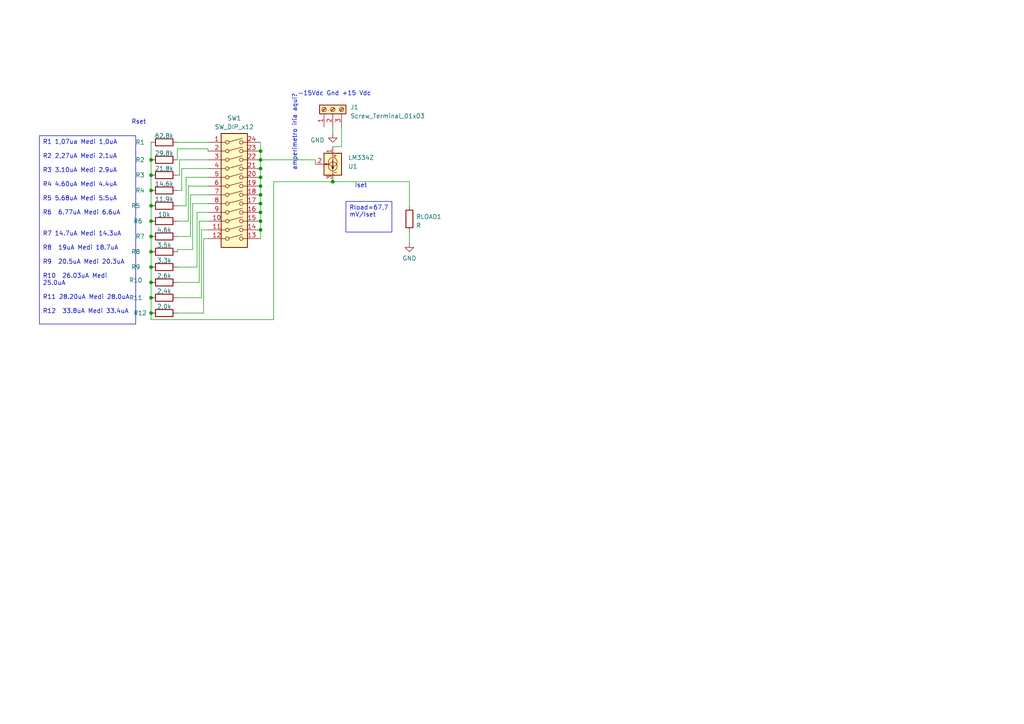
<source format=kicad_sch>
(kicad_sch (version 20230121) (generator eeschema)
  (paper "A4")
  (lib_symbols
    (symbol "Connector:Screw_Terminal_01x03" (pin_names (offset 1.016) hide)
      (property "Reference" "J" (at 0 5.08 0))
      (property "Value" "Screw_Terminal_01x03" (at 0 -5.08 0))
      (symbol "Screw_Terminal_01x03_1_1"
        (rectangle (start -1.27 3.81) (end 1.27 -3.81) (stroke (width 0.254)) (fill (type background)))
        (circle (center 0 -2.54) (radius 0.635) (stroke (width 0.1524)))
        (polyline (pts (xy -0.5334 -2.2098) (xy 0.3302 -3.048)) (stroke (width 0.1524)))
        (polyline (pts (xy -0.5334 0.3302) (xy 0.3302 -0.508)) (stroke (width 0.1524)))
        (polyline (pts (xy -0.5334 2.8702) (xy 0.3302 2.032)) (stroke (width 0.1524)))
        (polyline (pts (xy -0.3556 -2.032) (xy 0.508 -2.8702)) (stroke (width 0.1524)))
        (polyline (pts (xy -0.3556 0.508) (xy 0.508 -0.3302)) (stroke (width 0.1524)))
        (polyline (pts (xy -0.3556 3.048) (xy 0.508 2.2098)) (stroke (width 0.1524)))
        (circle (center 0 0) (radius 0.635) (stroke (width 0.1524)))
        (circle (center 0 2.54) (radius 0.635) (stroke (width 0.1524)))
        (pin passive line (at -5.08 2.54 0) (length 3.81) (name "Pin_1") (number "1"))
        (pin passive line (at -5.08 0 0) (length 3.81) (name "Pin_2") (number "2"))
        (pin passive line (at -5.08 -2.54 0) (length 3.81) (name "Pin_3") (number "3"))
      )
    )
    (symbol "Device:R" (pin_numbers hide) (pin_names (offset 0))
      (property "Reference" "R" (at 2.032 0 90))
      (property "Value" "R" (at 0 0 90))
      (symbol "R_0_1"
        (rectangle (start -1.016 -2.54) (end 1.016 2.54) (stroke (width 0.254)))
      )
      (symbol "R_1_1"
        (pin passive line (at 0 3.81 270) (length 1.27) (name "~") (number "1"))
        (pin passive line (at 0 -3.81 90) (length 1.27) (name "~") (number "2"))
      )
    )
    (symbol "Reference_Current:LM334Z"
      (property "Reference" "U" (at 0.635 6.35 0))
      (property "Value" "LM334Z" (at 0.635 4.445 0))
      (symbol "LM334Z_0_1"
        (rectangle (start -2.54 3.175) (end 2.54 -3.175) (stroke (width 0.254)) (fill (type background)))
        (circle (center 0 -0.635) (radius 1.27))
        (polyline (pts (xy -1.143 -2.413) (xy -0.381 -2.413)))
        (polyline (pts (xy -1.016 2.413) (xy -0.254 2.413)))
        (polyline (pts (xy -0.635 2.794) (xy -0.635 2.032)))
        (polyline (pts (xy 0 -1.905) (xy 0 -5.08)))
        (polyline (pts (xy 0 1.397) (xy 0 -1.397)) (stroke (width 0.254)))
        (polyline (pts (xy 0 5.08) (xy 0 1.905)))
        (polyline (pts (xy 2.54 0) (xy 1.27 0)))
        (polyline (pts (xy 0 -1.397) (xy -0.254 -0.889) (xy 0.254 -0.889) (xy 0 -1.397)) (stroke (width 0.254)))
        (polyline (pts (xy 1.27 0) (xy 2.159 0.254) (xy 2.159 -0.254) (xy 1.27 0)))
        (circle (center 0 0.635) (radius 1.27))
      )
      (symbol "LM334Z_1_1"
        (pin passive line (at 0 5.08 270) (length 2.54) (name "~") (number "1"))
        (pin passive line (at 5.08 0 180) (length 2.54) (name "~") (number "2"))
        (pin passive line (at 0 -5.08 90) (length 2.54) (name "~") (number "3"))
      )
    )
    (symbol "Switch:SW_DIP_x12" (pin_names (offset 0) hide)
      (property "Reference" "SW" (at 0 19.05 0))
      (property "Value" "SW_DIP_x12" (at 0 -16.51 0))
      (symbol "SW_DIP_x12_0_0"
        (circle (center -2.032 -12.7) (radius 0.508))
        (circle (center -2.032 -10.16) (radius 0.508))
        (circle (center -2.032 -7.62) (radius 0.508))
        (circle (center -2.032 -5.08) (radius 0.508))
        (circle (center -2.032 -2.54) (radius 0.508))
        (circle (center -2.032 0) (radius 0.508))
        (circle (center -2.032 2.54) (radius 0.508))
        (circle (center -2.032 5.08) (radius 0.508))
        (circle (center -2.032 7.62) (radius 0.508))
        (circle (center -2.032 10.16) (radius 0.508))
        (circle (center -2.032 12.7) (radius 0.508))
        (circle (center -2.032 15.24) (radius 0.508))
        (polyline (pts (xy -1.524 -12.5476) (xy 2.3622 -11.5062)))
        (polyline (pts (xy -1.524 -10.0076) (xy 2.3622 -8.9662)))
        (polyline (pts (xy -1.524 -7.4676) (xy 2.3622 -6.4262)))
        (polyline (pts (xy -1.524 -4.9276) (xy 2.3622 -3.8862)))
        (polyline (pts (xy -1.524 -2.3876) (xy 2.3622 -1.3462)))
        (polyline (pts (xy -1.524 0.127) (xy 2.3622 1.1684)))
        (polyline (pts (xy -1.524 2.667) (xy 2.3622 3.7084)))
        (polyline (pts (xy -1.524 5.207) (xy 2.3622 6.2484)))
        (polyline (pts (xy -1.524 7.747) (xy 2.3622 8.7884)))
        (polyline (pts (xy -1.524 10.287) (xy 2.3622 11.3284)))
        (polyline (pts (xy -1.524 12.827) (xy 2.3622 13.8684)))
        (polyline (pts (xy -1.524 15.367) (xy 2.3622 16.4084)))
        (circle (center 2.032 -12.7) (radius 0.508))
        (circle (center 2.032 -10.16) (radius 0.508))
        (circle (center 2.032 -7.62) (radius 0.508))
        (circle (center 2.032 -5.08) (radius 0.508))
        (circle (center 2.032 -2.54) (radius 0.508))
        (circle (center 2.032 0) (radius 0.508))
        (circle (center 2.032 2.54) (radius 0.508))
        (circle (center 2.032 5.08) (radius 0.508))
        (circle (center 2.032 7.62) (radius 0.508))
        (circle (center 2.032 10.16) (radius 0.508))
        (circle (center 2.032 12.7) (radius 0.508))
        (circle (center 2.032 15.24) (radius 0.508))
      )
      (symbol "SW_DIP_x12_0_1"
        (rectangle (start -3.81 17.78) (end 3.81 -15.24) (stroke (width 0.254)) (fill (type background)))
      )
      (symbol "SW_DIP_x12_1_1"
        (pin passive line (at -7.62 15.24 0) (length 5.08) (name "~") (number "1"))
        (pin passive line (at -7.62 -7.62 0) (length 5.08) (name "~") (number "10"))
        (pin passive line (at -7.62 -10.16 0) (length 5.08) (name "~") (number "11"))
        (pin passive line (at -7.62 -12.7 0) (length 5.08) (name "~") (number "12"))
        (pin passive line (at 7.62 -12.7 180) (length 5.08) (name "~") (number "13"))
        (pin passive line (at 7.62 -10.16 180) (length 5.08) (name "~") (number "14"))
        (pin passive line (at 7.62 -7.62 180) (length 5.08) (name "~") (number "15"))
        (pin passive line (at 7.62 -5.08 180) (length 5.08) (name "~") (number "16"))
        (pin passive line (at 7.62 -2.54 180) (length 5.08) (name "~") (number "17"))
        (pin passive line (at 7.62 0 180) (length 5.08) (name "~") (number "18"))
        (pin passive line (at 7.62 2.54 180) (length 5.08) (name "~") (number "19"))
        (pin passive line (at -7.62 12.7 0) (length 5.08) (name "~") (number "2"))
        (pin passive line (at 7.62 5.08 180) (length 5.08) (name "~") (number "20"))
        (pin passive line (at 7.62 7.62 180) (length 5.08) (name "~") (number "21"))
        (pin passive line (at 7.62 10.16 180) (length 5.08) (name "~") (number "22"))
        (pin passive line (at 7.62 12.7 180) (length 5.08) (name "~") (number "23"))
        (pin passive line (at 7.62 15.24 180) (length 5.08) (name "~") (number "24"))
        (pin passive line (at -7.62 10.16 0) (length 5.08) (name "~") (number "3"))
        (pin passive line (at -7.62 7.62 0) (length 5.08) (name "~") (number "4"))
        (pin passive line (at -7.62 5.08 0) (length 5.08) (name "~") (number "5"))
        (pin passive line (at -7.62 2.54 0) (length 5.08) (name "~") (number "6"))
        (pin passive line (at -7.62 0 0) (length 5.08) (name "~") (number "7"))
        (pin passive line (at -7.62 -2.54 0) (length 5.08) (name "~") (number "8"))
        (pin passive line (at -7.62 -5.08 0) (length 5.08) (name "~") (number "9"))
      )
    )
    (symbol "power:GND" (power) (pin_names (offset 0))
      (property "Value" "GND" (at 0 -3.81 0))
      (symbol "GND_0_1"
        (polyline (pts (xy 0 0) (xy 0 -1.27) (xy 1.27 -1.27) (xy 0 -2.54) (xy -1.27 -1.27) (xy 0 -1.27)))
      )
      (symbol "GND_1_1"
        (pin power_in line (at 0 0 270) (length 0) hide (name "GND") (number "1"))
      )
    )
  )
  (junction (at 43.815 50.8))
  (junction (at 43.815 68.58))
  (junction (at 43.815 77.47))
  (junction (at 43.815 55.245))
  (junction (at 75.565 46.355))
  (junction (at 43.815 64.135))
  (junction (at 96.52 52.705))
  (junction (at 75.565 51.435))
  (junction (at 43.815 59.69))
  (junction (at 43.815 86.36))
  (junction (at 43.815 81.915))
  (junction (at 43.815 46.355))
  (junction (at 75.565 66.675))
  (junction (at 75.565 56.515))
  (junction (at 75.565 48.895))
  (junction (at 43.815 73.025))
  (junction (at 75.565 43.815))
  (junction (at 43.815 90.805))
  (junction (at 75.565 61.595))
  (junction (at 75.565 53.975))
  (junction (at 75.565 64.135))
  (junction (at 75.565 59.055))
  (wire (pts (xy 96.52 36.83) (xy 96.52 38.735)))
  (wire (pts (xy 55.88 72.39) (xy 55.88 59.055)))
  (wire (pts (xy 43.815 46.355) (xy 43.815 50.8)))
  (wire (pts (xy 51.435 50.8) (xy 52.07 50.8)))
  (wire (pts (xy 51.435 73.025) (xy 51.435 72.39)))
  (wire (pts (xy 52.07 46.355) (xy 60.325 46.355)))
  (wire (pts (xy 51.435 64.135) (xy 54.61 64.135)))
  (wire (pts (xy 43.815 81.915) (xy 43.815 86.36)))
  (wire (pts (xy 75.565 46.355) (xy 91.44 46.355)))
  (wire (pts (xy 43.815 77.47) (xy 43.815 81.915)))
  (wire (pts (xy 59.055 90.805) (xy 59.055 69.215)))
  (wire (pts (xy 57.15 61.595) (xy 60.325 61.595)))
  (wire (pts (xy 60.325 43.18) (xy 60.325 43.815)))
  (wire (pts (xy 75.565 59.055) (xy 75.565 61.595)))
  (wire (pts (xy 59.055 69.215) (xy 60.325 69.215)))
  (wire (pts (xy 51.435 55.245) (xy 52.705 55.245)))
  (wire (pts (xy 43.815 90.805) (xy 43.815 92.71)))
  (wire (pts (xy 51.435 81.915) (xy 57.785 81.915)))
  (wire (pts (xy 51.435 90.805) (xy 59.055 90.805)))
  (wire (pts (xy 43.815 41.275) (xy 43.815 46.355)))
  (wire (pts (xy 57.785 64.135) (xy 60.325 64.135)))
  (wire (pts (xy 43.815 92.71) (xy 79.375 92.71)))
  (wire (pts (xy 75.565 61.595) (xy 75.565 64.135)))
  (wire (pts (xy 79.375 52.705) (xy 96.52 52.705)))
  (wire (pts (xy 52.07 50.8) (xy 52.07 46.355)))
  (wire (pts (xy 58.42 86.36) (xy 58.42 66.675)))
  (wire (pts (xy 75.565 64.135) (xy 75.565 66.675)))
  (wire (pts (xy 91.44 46.355) (xy 91.44 47.625)))
  (wire (pts (xy 118.745 67.31) (xy 118.745 70.485)))
  (wire (pts (xy 54.61 53.975) (xy 60.325 53.975)))
  (wire (pts (xy 43.815 68.58) (xy 43.815 73.025)))
  (wire (pts (xy 75.565 46.355) (xy 75.565 48.895)))
  (wire (pts (xy 51.435 41.275) (xy 60.325 41.275)))
  (wire (pts (xy 43.815 73.025) (xy 43.815 77.47)))
  (wire (pts (xy 54.61 64.135) (xy 54.61 53.975)))
  (wire (pts (xy 75.565 48.895) (xy 75.565 51.435)))
  (wire (pts (xy 75.565 56.515) (xy 75.565 59.055)))
  (wire (pts (xy 43.815 59.69) (xy 43.815 64.135)))
  (wire (pts (xy 51.435 59.69) (xy 53.975 59.69)))
  (wire (pts (xy 55.245 56.515) (xy 60.325 56.515)))
  (wire (pts (xy 43.815 50.8) (xy 43.815 55.245)))
  (wire (pts (xy 96.52 52.705) (xy 118.745 52.705)))
  (wire (pts (xy 53.975 59.69) (xy 53.975 51.435)))
  (wire (pts (xy 51.435 77.47) (xy 57.15 77.47)))
  (wire (pts (xy 43.815 64.135) (xy 43.815 68.58)))
  (wire (pts (xy 75.565 51.435) (xy 75.565 53.975)))
  (wire (pts (xy 57.15 77.47) (xy 57.15 61.595)))
  (wire (pts (xy 53.975 51.435) (xy 60.325 51.435)))
  (wire (pts (xy 58.42 66.675) (xy 60.325 66.675)))
  (wire (pts (xy 51.435 43.18) (xy 60.325 43.18)))
  (wire (pts (xy 55.88 59.055) (xy 60.325 59.055)))
  (wire (pts (xy 96.52 42.545) (xy 99.06 42.545)))
  (wire (pts (xy 75.565 53.975) (xy 75.565 56.515)))
  (wire (pts (xy 55.245 68.58) (xy 55.245 56.515)))
  (wire (pts (xy 75.565 41.275) (xy 75.565 43.815)))
  (wire (pts (xy 51.435 68.58) (xy 55.245 68.58)))
  (wire (pts (xy 43.815 55.245) (xy 43.815 59.69)))
  (wire (pts (xy 118.745 52.705) (xy 118.745 59.69)))
  (wire (pts (xy 57.785 81.915) (xy 57.785 64.135)))
  (wire (pts (xy 75.565 66.675) (xy 75.565 69.215)))
  (wire (pts (xy 43.815 86.36) (xy 43.815 90.805)))
  (wire (pts (xy 79.375 92.71) (xy 79.375 52.705)))
  (wire (pts (xy 52.705 48.895) (xy 60.325 48.895)))
  (wire (pts (xy 51.435 86.36) (xy 58.42 86.36)))
  (wire (pts (xy 52.705 55.245) (xy 52.705 48.895)))
  (wire (pts (xy 51.435 46.355) (xy 51.435 43.18)))
  (wire (pts (xy 75.565 43.815) (xy 75.565 46.355)))
  (wire (pts (xy 51.435 72.39) (xy 55.88 72.39)))
  (wire (pts (xy 99.06 36.83) (xy 99.06 42.545)))
  (text_box "R1 1,07ua Medi 1,0uA\n\nR2 2,27uA Medi 2.1uA\n\nR3 3.10uA Medi 2.9uA\n\nR4 4.60uA Medi 4.4uA\n\nR5 5.68uA Medi 5.5uA\n\nR6  6.77uA Medi 6.6uA\n\n\nR7 14.7uA Medi 14.3uA\n\nR8  19uA Medi 18.7uA\n\nR9  20.5uA Medi 20.3uA\n\nR10  26.03uA Medi 25.0uA\n\nR11 28.20uA Medi 28.0uA\n\nR12  33.8uA Medi 33.4uA" (at 11.43 39.37 0) (size 27.94 54.61) (effects (font (size 1.27 1.27)) (justify left top)))
  (text_box "Rload=67,7 mV/Iset" (at 100.33 58.42 0) (size 13.335 8.89) (effects (font (size 1.27 1.27)) (justify left top)))
  (text "-15Vdc Gnd +15 Vdc" (at 86.36 27.94 0) (effects (font (size 1.27 1.27)) (justify left bottom)))
  (text "amperimetro iria aqui?\n\n" (at 88.265 49.53 90) (effects (font (size 1.27 1.27)) (justify left bottom)))
  (text "Iset" (at 102.87 54.61 0) (effects (font (size 1.27 1.27)) (justify left bottom)))
  (text "Rset" (at 38.1 36.195 0) (effects (font (size 1.27 1.27)) (justify left bottom)))
  (symbol (lib_id "Reference_Current:LM334Z") (at 96.52 47.625 0) (mirror y) (unit 1)
    (property "Reference" "U1" (at 100.965 48.26 0) (effects (justify right)))
    (property "Value" "LM334Z" (at 100.965 45.72 0) (effects (justify right)))
    (property "Footprint" "Package_TO_SOT_THT:TO-92_Inline" (effects hide))
    (property "Datasheet" "http://www.ti.com/lit/ds/symlink/lm134.pdf" (effects hide))
  )
  (symbol (lib_id "Device:R") (at 47.625 68.58 90) (unit 1)
    (property "Reference" "R7" (at 40.64 68.58 90))
    (property "Value" "4.6k" (at 47.625 66.675 90))
  )
  (symbol (lib_id "Device:R") (at 47.625 59.69 90) (unit 1)
    (property "Reference" "R5" (at 39.37 59.69 90))
    (property "Value" "11.9k" (at 47.625 57.785 90))
  )
  (symbol (lib_id "Device:R") (at 47.625 64.135 90) (unit 1)
    (property "Reference" "R6" (at 40.005 64.135 90))
    (property "Value" "10k" (at 47.625 62.23 90))
  )
  (symbol (lib_id "Device:R") (at 47.625 55.245 90) (unit 1)
    (property "Reference" "R4" (at 40.64 55.245 90))
    (property "Value" "14.6k" (at 47.625 53.34 90))
  )
  (symbol (lib_id "power:GND") (at 118.745 70.485 0) (unit 1)
    (property "Reference" "#PWR01" (effects hide))
    (property "Value" "GND" (at 118.745 74.93 0))
  )
  (symbol (lib_id "Connector:Screw_Terminal_01x03") (at 96.52 31.75 90) (unit 1)
    (property "Reference" "J1" (at 101.6 31.115 90) (effects (justify right)))
    (property "Value" "Screw_Terminal_01x03" (at 101.6 33.655 90) (effects (justify right)))
  )
  (symbol (lib_id "Device:R") (at 47.625 50.8 90) (unit 1)
    (property "Reference" "R3" (at 40.64 50.8 90))
    (property "Value" "21.8k" (at 47.625 48.895 90))
  )
  (symbol (lib_id "Device:R") (at 47.625 90.805 90) (unit 1)
    (property "Reference" "R12" (at 40.64 90.805 90))
    (property "Value" "2.0k" (at 47.625 88.9 90))
  )
  (symbol (lib_id "Device:R") (at 118.745 63.5 0) (unit 1)
    (property "Reference" "RLOAD1" (at 120.65 62.865 0) (effects (justify left)))
    (property "Value" "R" (at 120.65 65.405 0) (effects (justify left)))
  )
  (symbol (lib_id "Device:R") (at 47.625 86.36 90) (unit 1)
    (property "Reference" "R11" (at 39.37 86.36 90))
    (property "Value" "2.4k" (at 47.625 84.455 90))
  )
  (symbol (lib_id "Device:R") (at 47.625 81.915 90) (unit 1)
    (property "Reference" "R10" (at 39.37 81.28 90))
    (property "Value" "2.6k" (at 47.625 80.01 90))
  )
  (symbol (lib_id "Device:R") (at 47.625 46.355 90) (unit 1)
    (property "Reference" "R2" (at 40.64 46.355 90))
    (property "Value" "29.8k" (at 47.625 44.45 90))
  )
  (symbol (lib_id "Device:R") (at 47.625 41.275 90) (unit 1)
    (property "Reference" "R1" (at 40.64 41.275 90))
    (property "Value" "62.8k" (at 47.625 39.37 90))
  )
  (symbol (lib_id "Device:R") (at 47.625 77.47 90) (unit 1)
    (property "Reference" "R9" (at 39.37 77.47 90))
    (property "Value" "3.3k" (at 47.625 75.565 90))
  )
  (symbol (lib_id "Switch:SW_DIP_x12") (at 67.945 56.515 0) (unit 1)
    (property "Reference" "SW1" (at 67.945 34.29 0))
    (property "Value" "SW_DIP_x12" (at 67.945 36.83 0))
  )
  (symbol (lib_id "Device:R") (at 47.625 73.025 90) (unit 1)
    (property "Reference" "R8" (at 39.37 73.025 90))
    (property "Value" "3.5k" (at 47.625 71.12 90))
  )
  (symbol (lib_id "power:GND") (at 96.52 38.735 0) (unit 1)
    (property "Reference" "#PWR02" (effects hide))
    (property "Value" "GND" (at 92.075 40.64 0))
  )
)
</source>
